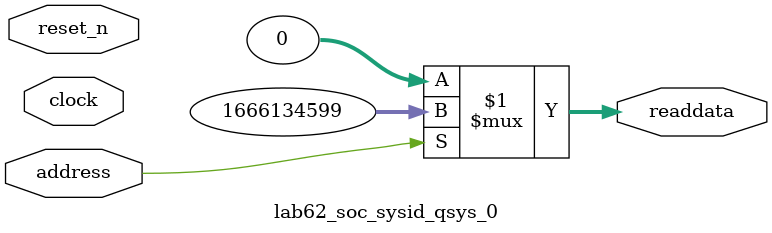
<source format=v>



// synthesis translate_off
`timescale 1ns / 1ps
// synthesis translate_on

// turn off superfluous verilog processor warnings 
// altera message_level Level1 
// altera message_off 10034 10035 10036 10037 10230 10240 10030 

module lab62_soc_sysid_qsys_0 (
               // inputs:
                address,
                clock,
                reset_n,

               // outputs:
                readdata
             )
;

  output  [ 31: 0] readdata;
  input            address;
  input            clock;
  input            reset_n;

  wire    [ 31: 0] readdata;
  //control_slave, which is an e_avalon_slave
  assign readdata = address ? 1666134599 : 0;

endmodule



</source>
